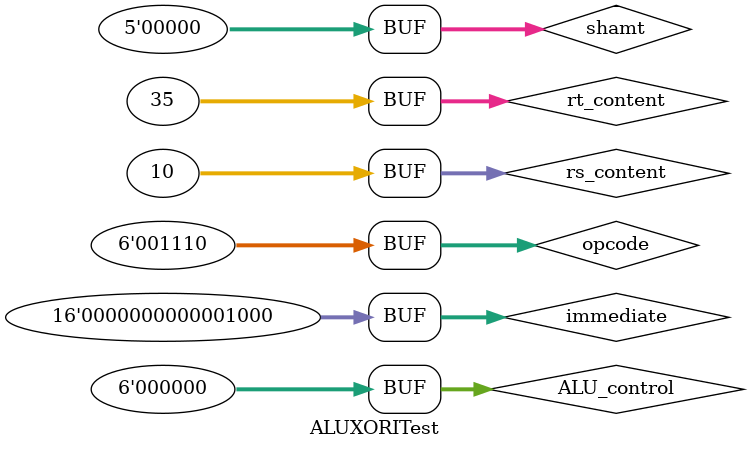
<source format=v>
`timescale 1ns / 1ps


module ALUXORITest;

	// Inputs
	reg [5:0] opcode;
	reg [31:0] rs_content;
	reg [31:0] rt_content;
	reg [4:0] shamt;
	reg [5:0] ALU_control;
	reg [15:0] immediate;

	// Outputs
	wire [31:0] ALU_result;
	wire sig_branch;

	// Instantiate the Unit Under Test (UUT)
	ALU uut (
		.ALU_result(ALU_result), 
		.sig_branch(sig_branch), 
		.opcode(opcode), 
		.rs_content(rs_content), 
		.rt_content(rt_content), 
		.shamt(shamt), 
		.ALU_control(ALU_control), 
		.immediate(immediate)
	);

	initial begin
		// Initialize Inputs
		opcode = 0;
		rs_content = 0;
		rt_content = 0;
		shamt = 0;
		ALU_control = 0;
		immediate = 0;

		// Wait 100 ns for global reset to finish
		  #100;
        
		  opcode = 6'b001110;
        rs_content = 20;
        rt_content = 12;
        shamt = 0;
        immediate = 19;
        #100;

        opcode = 6'b001110;
        rs_content = 33;
        rt_content = 2;
        shamt = 0;
        immediate = 14;
        #100;

        opcode = 6'b001110;
        rs_content = 10;
        rt_content = 35;
        shamt = 0;
        immediate = 8;
        #100;

	end
      
endmodule


</source>
